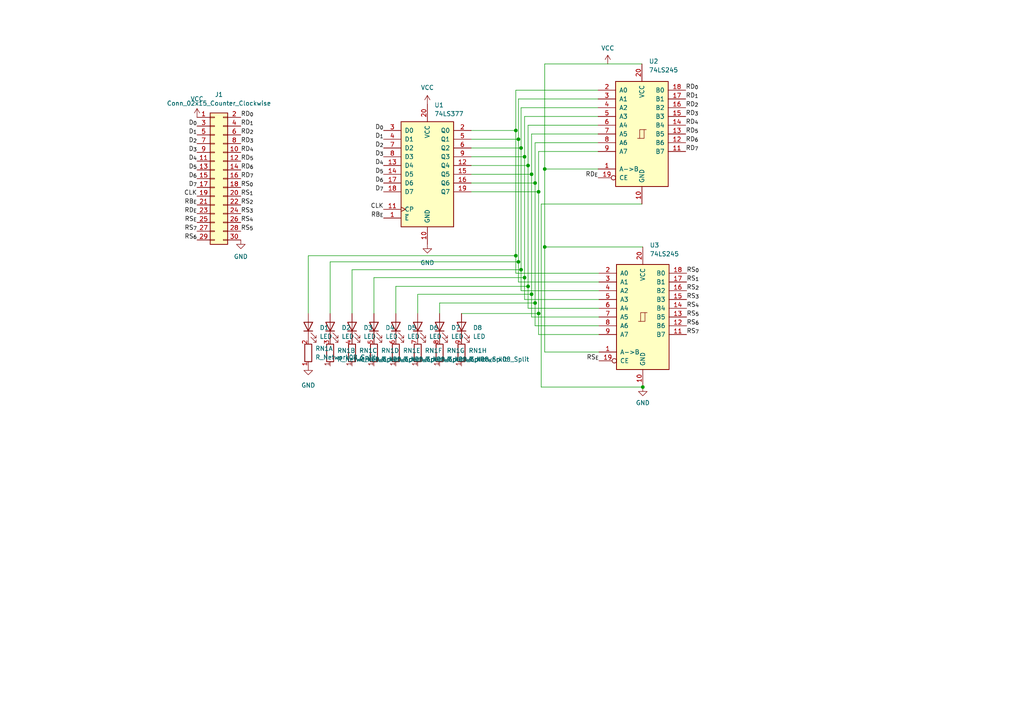
<source format=kicad_sch>
(kicad_sch (version 20211123) (generator eeschema)
  (paper "A4")
  (lib_symbols
    (symbol "74xx:74LS245" (pin_names (offset 1.016))
      (property "Reference" "U" (at -7.62 16.51 0))
      (property "Value" "74LS245" (at -7.62 -16.51 0))
      (symbol "74LS245_1_0"
        (polyline (pts (xy -0.635 -1.27) (xy -0.635 1.27) (xy 0.635 1.27)))
        (polyline (pts (xy -1.27 -1.27) (xy 0.635 -1.27) (xy 0.635 1.27) (xy 1.27 1.27)))
        (pin input line (at -12.7 -10.16 0) (length 5.08) (name "A->B") (number "1"))
        (pin power_in line (at 0 -20.32 90) (length 5.08) (name "GND") (number "10"))
        (pin tri_state line (at 12.7 -5.08 180) (length 5.08) (name "B7") (number "11"))
        (pin tri_state line (at 12.7 -2.54 180) (length 5.08) (name "B6") (number "12"))
        (pin tri_state line (at 12.7 0 180) (length 5.08) (name "B5") (number "13"))
        (pin tri_state line (at 12.7 2.54 180) (length 5.08) (name "B4") (number "14"))
        (pin tri_state line (at 12.7 5.08 180) (length 5.08) (name "B3") (number "15"))
        (pin tri_state line (at 12.7 7.62 180) (length 5.08) (name "B2") (number "16"))
        (pin tri_state line (at 12.7 10.16 180) (length 5.08) (name "B1") (number "17"))
        (pin tri_state line (at 12.7 12.7 180) (length 5.08) (name "B0") (number "18"))
        (pin input inverted (at -12.7 -12.7 0) (length 5.08) (name "CE") (number "19"))
        (pin tri_state line (at -12.7 12.7 0) (length 5.08) (name "A0") (number "2"))
        (pin power_in line (at 0 20.32 270) (length 5.08) (name "VCC") (number "20"))
        (pin tri_state line (at -12.7 10.16 0) (length 5.08) (name "A1") (number "3"))
        (pin tri_state line (at -12.7 7.62 0) (length 5.08) (name "A2") (number "4"))
        (pin tri_state line (at -12.7 5.08 0) (length 5.08) (name "A3") (number "5"))
        (pin tri_state line (at -12.7 2.54 0) (length 5.08) (name "A4") (number "6"))
        (pin tri_state line (at -12.7 0 0) (length 5.08) (name "A5") (number "7"))
        (pin tri_state line (at -12.7 -2.54 0) (length 5.08) (name "A6") (number "8"))
        (pin tri_state line (at -12.7 -5.08 0) (length 5.08) (name "A7") (number "9"))
      )
      (symbol "74LS245_1_1"
        (rectangle (start -7.62 15.24) (end 7.62 -15.24) (stroke (width 0.254)) (fill (type background)))
      )
    )
    (symbol "74xx:74LS377" (pin_names (offset 1.016))
      (property "Reference" "U" (at -7.62 16.51 0))
      (property "Value" "74LS377" (at -7.62 -16.51 0))
      (symbol "74LS377_1_0"
        (pin input line (at -12.7 -12.7 0) (length 5.08) (name "~{E}") (number "1"))
        (pin power_in line (at 0 -20.32 90) (length 5.08) (name "GND") (number "10"))
        (pin input clock (at -12.7 -10.16 0) (length 5.08) (name "CP") (number "11"))
        (pin output line (at 12.7 2.54 180) (length 5.08) (name "Q4") (number "12"))
        (pin input line (at -12.7 2.54 0) (length 5.08) (name "D4") (number "13"))
        (pin input line (at -12.7 0 0) (length 5.08) (name "D5") (number "14"))
        (pin output line (at 12.7 0 180) (length 5.08) (name "Q5") (number "15"))
        (pin output line (at 12.7 -2.54 180) (length 5.08) (name "Q6") (number "16"))
        (pin input line (at -12.7 -2.54 0) (length 5.08) (name "D6") (number "17"))
        (pin input line (at -12.7 -5.08 0) (length 5.08) (name "D7") (number "18"))
        (pin output line (at 12.7 -5.08 180) (length 5.08) (name "Q7") (number "19"))
        (pin output line (at 12.7 12.7 180) (length 5.08) (name "Q0") (number "2"))
        (pin power_in line (at 0 20.32 270) (length 5.08) (name "VCC") (number "20"))
        (pin input line (at -12.7 12.7 0) (length 5.08) (name "D0") (number "3"))
        (pin input line (at -12.7 10.16 0) (length 5.08) (name "D1") (number "4"))
        (pin output line (at 12.7 10.16 180) (length 5.08) (name "Q1") (number "5"))
        (pin output line (at 12.7 7.62 180) (length 5.08) (name "Q2") (number "6"))
        (pin input line (at -12.7 7.62 0) (length 5.08) (name "D2") (number "7"))
        (pin input line (at -12.7 5.08 0) (length 5.08) (name "D3") (number "8"))
        (pin output line (at 12.7 5.08 180) (length 5.08) (name "Q3") (number "9"))
      )
      (symbol "74LS377_1_1"
        (rectangle (start -7.62 15.24) (end 7.62 -15.24) (stroke (width 0.254)) (fill (type background)))
      )
    )
    (symbol "Connector_Generic:Conn_02x15_Odd_Even" (pin_names (offset 1.016) hide)
      (property "Reference" "J" (at 1.27 20.32 0))
      (property "Value" "Conn_02x15_Odd_Even" (at 1.27 -20.32 0))
      (symbol "Conn_02x15_Odd_Even_1_1"
        (rectangle (start -1.27 -17.653) (end 0 -17.907) (stroke (width 0.1524)))
        (rectangle (start -1.27 -15.113) (end 0 -15.367) (stroke (width 0.1524)))
        (rectangle (start -1.27 -12.573) (end 0 -12.827) (stroke (width 0.1524)))
        (rectangle (start -1.27 -10.033) (end 0 -10.287) (stroke (width 0.1524)))
        (rectangle (start -1.27 -7.493) (end 0 -7.747) (stroke (width 0.1524)))
        (rectangle (start -1.27 -4.953) (end 0 -5.207) (stroke (width 0.1524)))
        (rectangle (start -1.27 -2.413) (end 0 -2.667) (stroke (width 0.1524)))
        (rectangle (start -1.27 0.127) (end 0 -0.127) (stroke (width 0.1524)))
        (rectangle (start -1.27 2.667) (end 0 2.413) (stroke (width 0.1524)))
        (rectangle (start -1.27 5.207) (end 0 4.953) (stroke (width 0.1524)))
        (rectangle (start -1.27 7.747) (end 0 7.493) (stroke (width 0.1524)))
        (rectangle (start -1.27 10.287) (end 0 10.033) (stroke (width 0.1524)))
        (rectangle (start -1.27 12.827) (end 0 12.573) (stroke (width 0.1524)))
        (rectangle (start -1.27 15.367) (end 0 15.113) (stroke (width 0.1524)))
        (rectangle (start -1.27 17.907) (end 0 17.653) (stroke (width 0.1524)))
        (rectangle (start -1.27 19.05) (end 3.81 -19.05) (stroke (width 0.254)) (fill (type background)))
        (rectangle (start 3.81 -17.653) (end 2.54 -17.907) (stroke (width 0.1524)))
        (rectangle (start 3.81 -15.113) (end 2.54 -15.367) (stroke (width 0.1524)))
        (rectangle (start 3.81 -12.573) (end 2.54 -12.827) (stroke (width 0.1524)))
        (rectangle (start 3.81 -10.033) (end 2.54 -10.287) (stroke (width 0.1524)))
        (rectangle (start 3.81 -7.493) (end 2.54 -7.747) (stroke (width 0.1524)))
        (rectangle (start 3.81 -4.953) (end 2.54 -5.207) (stroke (width 0.1524)))
        (rectangle (start 3.81 -2.413) (end 2.54 -2.667) (stroke (width 0.1524)))
        (rectangle (start 3.81 0.127) (end 2.54 -0.127) (stroke (width 0.1524)))
        (rectangle (start 3.81 2.667) (end 2.54 2.413) (stroke (width 0.1524)))
        (rectangle (start 3.81 5.207) (end 2.54 4.953) (stroke (width 0.1524)))
        (rectangle (start 3.81 7.747) (end 2.54 7.493) (stroke (width 0.1524)))
        (rectangle (start 3.81 10.287) (end 2.54 10.033) (stroke (width 0.1524)))
        (rectangle (start 3.81 12.827) (end 2.54 12.573) (stroke (width 0.1524)))
        (rectangle (start 3.81 15.367) (end 2.54 15.113) (stroke (width 0.1524)))
        (rectangle (start 3.81 17.907) (end 2.54 17.653) (stroke (width 0.1524)))
        (pin passive line (at -5.08 17.78 0) (length 3.81) (name "Pin_1") (number "1"))
        (pin passive line (at 7.62 7.62 180) (length 3.81) (name "Pin_10") (number "10"))
        (pin passive line (at -5.08 5.08 0) (length 3.81) (name "Pin_11") (number "11"))
        (pin passive line (at 7.62 5.08 180) (length 3.81) (name "Pin_12") (number "12"))
        (pin passive line (at -5.08 2.54 0) (length 3.81) (name "Pin_13") (number "13"))
        (pin passive line (at 7.62 2.54 180) (length 3.81) (name "Pin_14") (number "14"))
        (pin passive line (at -5.08 0 0) (length 3.81) (name "Pin_15") (number "15"))
        (pin passive line (at 7.62 0 180) (length 3.81) (name "Pin_16") (number "16"))
        (pin passive line (at -5.08 -2.54 0) (length 3.81) (name "Pin_17") (number "17"))
        (pin passive line (at 7.62 -2.54 180) (length 3.81) (name "Pin_18") (number "18"))
        (pin passive line (at -5.08 -5.08 0) (length 3.81) (name "Pin_19") (number "19"))
        (pin passive line (at 7.62 17.78 180) (length 3.81) (name "Pin_2") (number "2"))
        (pin passive line (at 7.62 -5.08 180) (length 3.81) (name "Pin_20") (number "20"))
        (pin passive line (at -5.08 -7.62 0) (length 3.81) (name "Pin_21") (number "21"))
        (pin passive line (at 7.62 -7.62 180) (length 3.81) (name "Pin_22") (number "22"))
        (pin passive line (at -5.08 -10.16 0) (length 3.81) (name "Pin_23") (number "23"))
        (pin passive line (at 7.62 -10.16 180) (length 3.81) (name "Pin_24") (number "24"))
        (pin passive line (at -5.08 -12.7 0) (length 3.81) (name "Pin_25") (number "25"))
        (pin passive line (at 7.62 -12.7 180) (length 3.81) (name "Pin_26") (number "26"))
        (pin passive line (at -5.08 -15.24 0) (length 3.81) (name "Pin_27") (number "27"))
        (pin passive line (at 7.62 -15.24 180) (length 3.81) (name "Pin_28") (number "28"))
        (pin passive line (at -5.08 -17.78 0) (length 3.81) (name "Pin_29") (number "29"))
        (pin passive line (at -5.08 15.24 0) (length 3.81) (name "Pin_3") (number "3"))
        (pin passive line (at 7.62 -17.78 180) (length 3.81) (name "Pin_30") (number "30"))
        (pin passive line (at 7.62 15.24 180) (length 3.81) (name "Pin_4") (number "4"))
        (pin passive line (at -5.08 12.7 0) (length 3.81) (name "Pin_5") (number "5"))
        (pin passive line (at 7.62 12.7 180) (length 3.81) (name "Pin_6") (number "6"))
        (pin passive line (at -5.08 10.16 0) (length 3.81) (name "Pin_7") (number "7"))
        (pin passive line (at 7.62 10.16 180) (length 3.81) (name "Pin_8") (number "8"))
        (pin passive line (at -5.08 7.62 0) (length 3.81) (name "Pin_9") (number "9"))
      )
    )
    (symbol "Device:LED" (pin_numbers hide) (pin_names (offset 1.016) hide)
      (property "Reference" "D" (at 0 2.54 0))
      (property "Value" "LED" (at 0 -2.54 0))
      (symbol "LED_0_1"
        (polyline (pts (xy -1.27 -1.27) (xy -1.27 1.27)) (stroke (width 0.254)))
        (polyline (pts (xy -1.27 0) (xy 1.27 0)))
        (polyline (pts (xy 1.27 -1.27) (xy 1.27 1.27) (xy -1.27 0) (xy 1.27 -1.27)) (stroke (width 0.254)))
        (polyline (pts (xy -3.048 -0.762) (xy -4.572 -2.286) (xy -3.81 -2.286) (xy -4.572 -2.286) (xy -4.572 -1.524)))
        (polyline (pts (xy -1.778 -0.762) (xy -3.302 -2.286) (xy -2.54 -2.286) (xy -3.302 -2.286) (xy -3.302 -1.524)))
      )
      (symbol "LED_1_1"
        (pin passive line (at -3.81 0 0) (length 2.54) (name "K") (number "1"))
        (pin passive line (at 3.81 0 180) (length 2.54) (name "A") (number "2"))
      )
    )
    (symbol "Device:R_Network08_Split" (pin_names (offset 0) hide)
      (property "Reference" "RN" (at 2.032 0 90))
      (property "Value" "R_Network08_Split" (at 0 0 90))
      (symbol "R_Network08_Split_0_1"
        (rectangle (start 1.016 2.54) (end -1.016 -2.54) (stroke (width 0.254)))
      )
      (symbol "R_Network08_Split_1_1"
        (pin passive line (at 0 3.81 270) (length 1.27) (name "R1.1") (number "1"))
        (pin passive line (at 0 -3.81 90) (length 1.27) (name "R1.2") (number "2"))
      )
      (symbol "R_Network08_Split_2_1"
        (polyline (pts (xy 0 2.54) (xy 0 3.81)))
        (text "1" (at 0.889 3.175 900) (effects (font (size 1.27 1.27))))
        (pin passive line (at 0 -3.81 90) (length 1.27) (name "R2.2") (number "3"))
      )
      (symbol "R_Network08_Split_3_1"
        (polyline (pts (xy 0 2.54) (xy 0 3.81)))
        (text "1" (at 0.889 3.175 900) (effects (font (size 1.27 1.27))))
        (pin passive line (at 0 -3.81 90) (length 1.27) (name "R3.2") (number "4"))
      )
      (symbol "R_Network08_Split_4_1"
        (polyline (pts (xy 0 2.54) (xy 0 3.81)))
        (text "1" (at 0.889 3.175 900) (effects (font (size 1.27 1.27))))
        (pin passive line (at 0 -3.81 90) (length 1.27) (name "R4.2") (number "5"))
      )
      (symbol "R_Network08_Split_5_1"
        (polyline (pts (xy 0 2.54) (xy 0 3.81)))
        (text "1" (at 0.889 3.175 900) (effects (font (size 1.27 1.27))))
        (pin passive line (at 0 -3.81 90) (length 1.27) (name "R5.2") (number "6"))
      )
      (symbol "R_Network08_Split_6_1"
        (polyline (pts (xy 0 2.54) (xy 0 3.81)))
        (text "1" (at 0.889 3.175 900) (effects (font (size 1.27 1.27))))
        (pin passive line (at 0 -3.81 90) (length 1.27) (name "R6.2") (number "7"))
      )
      (symbol "R_Network08_Split_7_1"
        (polyline (pts (xy 0 2.54) (xy 0 3.81)))
        (text "1" (at 0.889 3.175 900) (effects (font (size 1.27 1.27))))
        (pin passive line (at 0 -3.81 90) (length 1.27) (name "R7.2") (number "8"))
      )
      (symbol "R_Network08_Split_8_1"
        (polyline (pts (xy 0 2.54) (xy 0 3.81)))
        (text "1" (at 0.889 3.175 900) (effects (font (size 1.27 1.27))))
        (pin passive line (at 0 -3.81 90) (length 1.27) (name "R8.2") (number "9"))
      )
    )
    (symbol "power:GND" (power) (pin_names (offset 0))
      (property "Value" "GND" (at 0 -3.81 0))
      (symbol "GND_0_1"
        (polyline (pts (xy 0 0) (xy 0 -1.27) (xy 1.27 -1.27) (xy 0 -2.54) (xy -1.27 -1.27) (xy 0 -1.27)))
      )
      (symbol "GND_1_1"
        (pin power_in line (at 0 0 270) (length 0) hide (name "GND") (number "1"))
      )
    )
    (symbol "power:VCC" (power) (pin_names (offset 0))
      (property "Value" "VCC" (at 0 3.81 0))
      (symbol "VCC_0_1"
        (polyline (pts (xy -0.762 1.27) (xy 0 2.54)))
        (polyline (pts (xy 0 0) (xy 0 2.54)))
        (polyline (pts (xy 0 2.54) (xy 0.762 1.27)))
      )
      (symbol "VCC_1_1"
        (pin power_in line (at 0 0 90) (length 0) hide (name "VCC") (number "1"))
      )
    )
  )
  (junction (at 157.988 49.022))
  (junction (at 153.162 83.058))
  (junction (at 156.21 55.626))
  (junction (at 152.146 45.466))
  (junction (at 186.436 112.268))
  (junction (at 154.178 85.344))
  (junction (at 157.988 71.628))
  (junction (at 151.13 78.232))
  (junction (at 155.194 53.086))
  (junction (at 149.606 37.846))
  (junction (at 149.606 74.168))
  (junction (at 154.178 50.546))
  (junction (at 153.162 48.006))
  (junction (at 150.368 75.946))
  (junction (at 152.146 80.518))
  (junction (at 156.21 90.932))
  (junction (at 155.194 87.884))
  (junction (at 151.13 42.926))
  (junction (at 150.368 40.386))
  (wire (pts (xy 149.606 79.248) (xy 149.606 74.168)))
  (wire (pts (xy 151.13 42.926) (xy 136.652 42.926)))
  (wire (pts (xy 186.182 59.182) (xy 156.972 59.182)))
  (wire (pts (xy 136.652 45.466) (xy 152.146 45.466)))
  (wire (pts (xy 152.146 45.466) (xy 152.146 80.518)))
  (wire (pts (xy 136.652 37.846) (xy 149.606 37.846)))
  (wire (pts (xy 89.408 74.168) (xy 149.606 74.168)))
  (wire (pts (xy 150.368 81.788) (xy 150.368 75.946)))
  (wire (pts (xy 154.178 50.546) (xy 154.178 85.344)))
  (wire (pts (xy 173.736 81.788) (xy 150.368 81.788)))
  (wire (pts (xy 154.178 85.344) (xy 154.178 91.948)))
  (wire (pts (xy 95.758 90.932) (xy 95.758 75.946)))
  (wire (pts (xy 121.158 85.344) (xy 154.178 85.344)))
  (wire (pts (xy 173.482 36.322) (xy 153.162 36.322)))
  (wire (pts (xy 153.162 48.006) (xy 153.162 83.058)))
  (wire (pts (xy 150.368 28.702) (xy 150.368 40.386)))
  (wire (pts (xy 155.194 94.488) (xy 173.736 94.488)))
  (wire (pts (xy 121.158 90.932) (xy 121.158 85.344)))
  (wire (pts (xy 152.146 80.518) (xy 152.146 86.868)))
  (wire (pts (xy 157.988 49.022) (xy 157.988 18.542)))
  (wire (pts (xy 173.736 91.948) (xy 154.178 91.948)))
  (wire (pts (xy 149.606 37.846) (xy 149.606 26.162)))
  (wire (pts (xy 173.482 28.702) (xy 150.368 28.702)))
  (wire (pts (xy 153.162 89.408) (xy 173.736 89.408)))
  (wire (pts (xy 173.482 31.242) (xy 151.13 31.242)))
  (wire (pts (xy 127.508 90.932) (xy 127.508 87.884)))
  (wire (pts (xy 152.146 33.782) (xy 152.146 45.466)))
  (wire (pts (xy 173.736 97.028) (xy 156.21 97.028)))
  (wire (pts (xy 173.736 86.868) (xy 152.146 86.868)))
  (wire (pts (xy 151.13 31.242) (xy 151.13 42.926)))
  (wire (pts (xy 157.988 71.628) (xy 157.988 102.108)))
  (wire (pts (xy 95.758 75.946) (xy 150.368 75.946)))
  (wire (pts (xy 152.146 33.782) (xy 173.482 33.782)))
  (wire (pts (xy 155.194 41.402) (xy 155.194 53.086)))
  (wire (pts (xy 89.408 90.932) (xy 89.408 74.168)))
  (wire (pts (xy 173.482 41.402) (xy 155.194 41.402)))
  (wire (pts (xy 136.652 48.006) (xy 153.162 48.006)))
  (wire (pts (xy 149.606 74.168) (xy 149.606 37.846)))
  (wire (pts (xy 114.808 90.932) (xy 114.808 83.058)))
  (wire (pts (xy 102.108 90.932) (xy 102.108 78.232)))
  (wire (pts (xy 186.436 71.628) (xy 157.988 71.628)))
  (wire (pts (xy 108.458 80.518) (xy 152.146 80.518)))
  (wire (pts (xy 151.13 42.926) (xy 151.13 78.232)))
  (wire (pts (xy 150.368 75.946) (xy 150.368 40.386)))
  (wire (pts (xy 136.652 50.546) (xy 154.178 50.546)))
  (wire (pts (xy 114.808 83.058) (xy 153.162 83.058)))
  (wire (pts (xy 173.482 49.022) (xy 157.988 49.022)))
  (wire (pts (xy 108.458 90.932) (xy 108.458 80.518)))
  (wire (pts (xy 154.178 38.862) (xy 173.482 38.862)))
  (wire (pts (xy 156.972 59.182) (xy 156.972 112.268)))
  (wire (pts (xy 133.858 90.932) (xy 156.21 90.932)))
  (wire (pts (xy 127.508 87.884) (xy 155.194 87.884)))
  (wire (pts (xy 151.13 84.328) (xy 173.736 84.328)))
  (wire (pts (xy 153.162 83.058) (xy 153.162 89.408)))
  (wire (pts (xy 156.21 43.942) (xy 156.21 55.626)))
  (wire (pts (xy 153.162 36.322) (xy 153.162 48.006)))
  (wire (pts (xy 157.988 18.542) (xy 186.182 18.542)))
  (wire (pts (xy 156.21 90.932) (xy 156.21 97.028)))
  (wire (pts (xy 151.13 78.232) (xy 151.13 84.328)))
  (wire (pts (xy 157.988 49.022) (xy 157.988 71.628)))
  (wire (pts (xy 154.178 38.862) (xy 154.178 50.546)))
  (wire (pts (xy 136.652 55.626) (xy 156.21 55.626)))
  (wire (pts (xy 173.736 79.248) (xy 149.606 79.248)))
  (wire (pts (xy 156.21 55.626) (xy 156.21 90.932)))
  (wire (pts (xy 136.652 53.086) (xy 155.194 53.086)))
  (wire (pts (xy 155.194 87.884) (xy 155.194 94.488)))
  (wire (pts (xy 150.368 40.386) (xy 136.652 40.386)))
  (wire (pts (xy 155.194 53.086) (xy 155.194 87.884)))
  (wire (pts (xy 156.21 43.942) (xy 173.482 43.942)))
  (wire (pts (xy 157.988 102.108) (xy 173.736 102.108)))
  (wire (pts (xy 102.108 78.232) (xy 151.13 78.232)))
  (wire (pts (xy 156.972 112.268) (xy 186.436 112.268)))
  (wire (pts (xy 149.606 26.162) (xy 173.482 26.162)))
  (label "RD_{7}" (at 198.882 43.942 0))
  (label "RS_{5}" (at 199.136 91.948 0))
  (label "D_{3}" (at 111.252 45.466 180))
  (label "RS_{0}" (at 199.136 79.248 0))
  (label "D_{5}" (at 111.252 50.546 180))
  (label "RD_{4}" (at 69.85 44.196 0))
  (label "RD_{1}" (at 69.85 36.576 0))
  (label "RD_{4}" (at 198.882 36.322 0))
  (label "RS_{2}" (at 69.85 59.436 0))
  (label "D_{4}" (at 111.252 48.006 180))
  (label "RS_{5}" (at 69.85 67.056 0))
  (label "D_{1}" (at 111.252 40.386 180))
  (label "D_{3}" (at 57.15 44.196 180))
  (label "RS_{3}" (at 199.136 86.868 0))
  (label "RS_{3}" (at 69.85 61.976 0))
  (label "RS_{0}" (at 69.85 54.356 0))
  (label "CLK" (at 111.252 60.706 180))
  (label "RD_{0}" (at 198.882 26.162 0))
  (label "RD_{5}" (at 198.882 38.862 0))
  (label "RS_{E}" (at 173.736 104.648 180))
  (label "D_{7}" (at 111.252 55.626 180))
  (label "RD_{2}" (at 69.85 39.116 0))
  (label "RS_{E}" (at 57.15 64.516 180))
  (label "RS_{2}" (at 199.136 84.328 0))
  (label "RS_{7}" (at 57.15 67.056 180))
  (label "D_{0}" (at 57.15 36.576 180))
  (label "RD_{0}" (at 69.85 34.036 0))
  (label "D_{5}" (at 57.15 49.276 180))
  (label "RD_{1}" (at 198.882 28.702 0))
  (label "RS_{1}" (at 69.85 56.896 0))
  (label "D_{6}" (at 57.15 51.816 180))
  (label "RD_{6}" (at 69.85 49.276 0))
  (label "RS_{7}" (at 199.136 97.028 0))
  (label "CLK" (at 57.15 56.896 180))
  (label "RB_{E}" (at 111.252 63.246 180))
  (label "RD_{5}" (at 69.85 46.736 0))
  (label "RS_{4}" (at 69.85 64.516 0))
  (label "D_{2}" (at 57.15 41.656 180))
  (label "D_{2}" (at 111.252 42.926 180))
  (label "D_{4}" (at 57.15 46.736 180))
  (label "RD_{3}" (at 69.85 41.656 0))
  (label "RD_{E}" (at 57.15 61.976 180))
  (label "RD_{7}" (at 69.85 51.816 0))
  (label "RS_{1}" (at 199.136 81.788 0))
  (label "D_{0}" (at 111.252 37.846 180))
  (label "RS_{6}" (at 199.136 94.488 0))
  (label "RD_{E}" (at 173.482 51.562 180))
  (label "D_{7}" (at 57.15 54.356 180))
  (label "RB_{E}" (at 57.15 59.436 180))
  (label "RS_{4}" (at 199.136 89.408 0))
  (label "RS_{6}" (at 57.15 69.596 180))
  (label "RD_{3}" (at 198.882 33.782 0))
  (label "D_{1}" (at 57.15 39.116 180))
  (label "RD_{6}" (at 198.882 41.402 0))
  (label "RD_{2}" (at 198.882 31.242 0))
  (label "D_{6}" (at 111.252 53.086 180))
  (symbol (lib_id "Device:LED") (at 89.408 94.742 90) (unit 1)
    (property "Reference" "D1" (at 92.71 95.0594 90) (effects (justify right)))
    (property "Value" "LED" (at 92.71 97.5994 90) (effects (justify right)))
    (property "Footprint" "LED_THT:LED_D5.0mm" (effects hide))
  )
  (symbol (lib_id "Device:LED") (at 127.508 94.742 90) (unit 1)
    (property "Reference" "D7" (at 130.81 95.0594 90) (effects (justify right)))
    (property "Value" "LED" (at 130.81 97.5994 90) (effects (justify right)))
    (property "Footprint" "LED_THT:LED_D5.0mm" (effects hide))
  )
  (symbol (lib_id "Device:R_Network08_Split") (at 89.408 102.362 180) (unit 1)
    (property "Reference" "RN1" (at 91.44 101.0919 0) (effects (justify right)))
    (property "Value" "R_Network08_Split" (at 91.44 103.6319 0) (effects (justify right)))
    (property "Footprint" "Resistor_THT:R_Array_SIP9" (effects hide))
    (property "Datasheet" "http://www.vishay.com/docs/31509/csc.pdf" (effects hide))
  )
  (symbol (lib_id "Device:LED") (at 102.108 94.742 90) (unit 1)
    (property "Reference" "D3" (at 105.41 95.0594 90) (effects (justify right)))
    (property "Value" "LED" (at 105.41 97.5994 90) (effects (justify right)))
    (property "Footprint" "LED_THT:LED_D5.0mm" (effects hide))
  )
  (symbol (lib_id "Device:LED") (at 133.858 94.742 90) (unit 1)
    (property "Reference" "D8" (at 137.16 95.0594 90) (effects (justify right)))
    (property "Value" "LED" (at 137.16 97.5994 90) (effects (justify right)))
    (property "Footprint" "LED_THT:LED_D5.0mm" (effects hide))
  )
  (symbol (lib_id "Device:LED") (at 121.158 94.742 90) (unit 1)
    (property "Reference" "D6" (at 124.46 95.0594 90) (effects (justify right)))
    (property "Value" "LED" (at 124.46 97.5994 90) (effects (justify right)))
    (property "Footprint" "LED_THT:LED_D5.0mm" (effects hide))
  )
  (symbol (lib_id "power:GND") (at 123.952 70.866 0) (unit 1)
    (property "Reference" "#PWR06" (effects hide))
    (property "Value" "GND" (at 123.952 76.2 0))
  )
  (symbol (lib_id "Device:R_Network08_Split") (at 127.508 102.362 180) (unit 7)
    (property "Reference" "RN1" (at 129.54 101.688 0) (effects (justify right)))
    (property "Value" "R_Network08_Split" (at 129.54 104.228 0) (effects (justify right)))
    (property "Footprint" "Resistor_THT:R_Array_SIP9" (effects hide))
    (property "Datasheet" "http://www.vishay.com/docs/31509/csc.pdf" (effects hide))
  )
  (symbol (lib_id "power:VCC") (at 57.15 34.036 0) (unit 1)
    (property "Reference" "#PWR01" (effects hide))
    (property "Value" "VCC" (at 57.15 28.702 0))
  )
  (symbol (lib_id "power:GND") (at 69.85 69.596 0) (unit 1)
    (property "Reference" "#PWR02" (effects hide))
    (property "Value" "GND" (at 69.85 74.422 0))
  )
  (symbol (lib_id "Device:R_Network08_Split") (at 114.808 102.362 180) (unit 5)
    (property "Reference" "RN1" (at 116.84 101.688 0) (effects (justify right)))
    (property "Value" "R_Network08_Split" (at 116.84 104.228 0) (effects (justify right)))
    (property "Footprint" "Resistor_THT:R_Array_SIP9" (effects hide))
    (property "Datasheet" "http://www.vishay.com/docs/31509/csc.pdf" (effects hide))
  )
  (symbol (lib_id "power:VCC") (at 176.276 18.542 0) (unit 1)
    (property "Reference" "#PWR03" (effects hide))
    (property "Value" "VCC" (at 176.276 13.97 0))
  )
  (symbol (lib_id "Device:LED") (at 95.758 94.742 90) (unit 1)
    (property "Reference" "D2" (at 99.06 95.0594 90) (effects (justify right)))
    (property "Value" "LED" (at 99.06 97.5994 90) (effects (justify right)))
    (property "Footprint" "LED_THT:LED_D5.0mm" (effects hide))
  )
  (symbol (lib_id "Device:LED") (at 114.808 94.742 90) (unit 1)
    (property "Reference" "D5" (at 118.11 95.0594 90) (effects (justify right)))
    (property "Value" "LED" (at 118.11 97.5994 90) (effects (justify right)))
    (property "Footprint" "LED_THT:LED_D5.0mm" (effects hide))
  )
  (symbol (lib_id "Device:R_Network08_Split") (at 121.158 102.362 180) (unit 6)
    (property "Reference" "RN1" (at 123.19 101.688 0) (effects (justify right)))
    (property "Value" "R_Network08_Split" (at 123.19 104.228 0) (effects (justify right)))
    (property "Footprint" "Resistor_THT:R_Array_SIP9" (effects hide))
    (property "Datasheet" "http://www.vishay.com/docs/31509/csc.pdf" (effects hide))
  )
  (symbol (lib_id "74xx:74LS245") (at 186.182 38.862 0) (unit 1)
    (property "Reference" "U2" (at 188.2014 17.78 0) (effects (justify left)))
    (property "Value" "74LS245" (at 188.2014 20.32 0) (effects (justify left)))
    (property "Footprint" "Package_DIP:DIP-20_W7.62mm_Socket_LongPads" (effects hide))
    (property "Datasheet" "http://www.ti.com/lit/gpn/sn74LS245" (effects hide))
  )
  (symbol (lib_id "Device:LED") (at 108.458 94.742 90) (unit 1)
    (property "Reference" "D4" (at 111.76 95.0594 90) (effects (justify right)))
    (property "Value" "LED" (at 111.76 97.5994 90) (effects (justify right)))
    (property "Footprint" "LED_THT:LED_D5.0mm" (effects hide))
  )
  (symbol (lib_id "74xx:74LS377") (at 123.952 50.546 0) (unit 1)
    (property "Reference" "U1" (at 125.9714 30.48 0) (effects (justify left)))
    (property "Value" "74LS377" (at 125.9714 33.02 0) (effects (justify left)))
    (property "Footprint" "Package_DIP:DIP-20_W7.62mm_Socket_LongPads" (effects hide))
    (property "Datasheet" "http://www.ti.com/lit/gpn/sn74LS377" (effects hide))
  )
  (symbol (lib_id "74xx:74LS245") (at 186.436 91.948 0) (unit 1)
    (property "Reference" "U3" (at 188.4554 71.12 0) (effects (justify left)))
    (property "Value" "74LS245" (at 188.4554 73.66 0) (effects (justify left)))
    (property "Footprint" "Package_DIP:DIP-20_W7.62mm_Socket_LongPads" (effects hide))
    (property "Datasheet" "http://www.ti.com/lit/gpn/sn74LS245" (effects hide))
  )
  (symbol (lib_id "power:GND") (at 89.408 106.172 0) (unit 1)
    (property "Reference" "#PWR0101" (effects hide))
    (property "Value" "GND" (at 89.408 111.76 0))
  )
  (symbol (lib_id "Device:R_Network08_Split") (at 108.458 102.362 180) (unit 4)
    (property "Reference" "RN1" (at 110.49 101.688 0) (effects (justify right)))
    (property "Value" "R_Network08_Split" (at 110.49 104.228 0) (effects (justify right)))
    (property "Footprint" "Resistor_THT:R_Array_SIP9" (effects hide))
    (property "Datasheet" "http://www.vishay.com/docs/31509/csc.pdf" (effects hide))
  )
  (symbol (lib_id "Connector_Generic:Conn_02x15_Odd_Even") (at 62.23 51.816 0) (unit 1)
    (property "Reference" "J1" (at 63.5 27.432 0))
    (property "Value" "Conn_02x15_Counter_Clockwise" (at 63.5 29.972 0))
    (property "Footprint" "Connector_PinHeader_2.54mm:PinHeader_2x15_P2.54mm_Vertical" (effects hide))
  )
  (symbol (lib_id "Device:R_Network08_Split") (at 133.858 102.362 180) (unit 8)
    (property "Reference" "RN1" (at 135.89 101.688 0) (effects (justify right)))
    (property "Value" "R_Network08_Split" (at 135.89 104.228 0) (effects (justify right)))
    (property "Footprint" "Resistor_THT:R_Array_SIP9" (effects hide))
    (property "Datasheet" "http://www.vishay.com/docs/31509/csc.pdf" (effects hide))
  )
  (symbol (lib_id "Device:R_Network08_Split") (at 102.108 102.362 180) (unit 3)
    (property "Reference" "RN1" (at 104.14 101.688 0) (effects (justify right)))
    (property "Value" "R_Network08_Split" (at 104.14 104.228 0) (effects (justify right)))
    (property "Footprint" "Resistor_THT:R_Array_SIP9" (effects hide))
    (property "Datasheet" "http://www.vishay.com/docs/31509/csc.pdf" (effects hide))
  )
  (symbol (lib_id "power:GND") (at 186.436 112.268 0) (unit 1)
    (property "Reference" "#PWR04" (effects hide))
    (property "Value" "GND" (at 186.436 116.84 0))
  )
  (symbol (lib_id "power:VCC") (at 123.952 30.226 0) (unit 1)
    (property "Reference" "#PWR05" (effects hide))
    (property "Value" "VCC" (at 123.952 25.4 0))
  )
  (symbol (lib_id "Device:R_Network08_Split") (at 95.758 102.362 180) (unit 2)
    (property "Reference" "RN1" (at 97.79 101.688 0) (effects (justify right)))
    (property "Value" "R_Network08_Split" (at 97.79 104.228 0) (effects (justify right)))
    (property "Footprint" "Resistor_THT:R_Array_SIP9" (effects hide))
    (property "Datasheet" "http://www.vishay.com/docs/31509/csc.pdf" (effects hide))
  )
)
</source>
